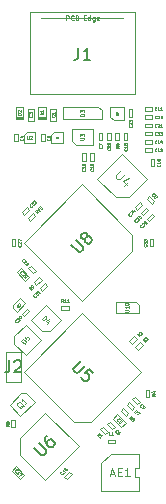
<source format=gbr>
G04 #@! TF.GenerationSoftware,KiCad,Pcbnew,5.1.9-1.fc33*
G04 #@! TF.CreationDate,2020-12-31T00:18:28+01:00*
G04 #@! TF.ProjectId,reDIP-sx,72654449-502d-4737-982e-6b696361645f,0.1*
G04 #@! TF.SameCoordinates,PX5e28010PY8011a50*
G04 #@! TF.FileFunction,Other,Fab,Top*
%FSLAX46Y46*%
G04 Gerber Fmt 4.6, Leading zero omitted, Abs format (unit mm)*
G04 Created by KiCad (PCBNEW 5.1.9-1.fc33) date 2020-12-31 00:18:28*
%MOMM*%
%LPD*%
G01*
G04 APERTURE LIST*
%ADD10C,0.100000*%
%ADD11C,0.150000*%
%ADD12C,0.040000*%
%ADD13C,0.030000*%
%ADD14C,0.060000*%
%ADD15C,0.110000*%
%ADD16C,0.075000*%
G04 APERTURE END LIST*
D10*
X12360000Y40640000D02*
X5420000Y40640000D01*
X13360000Y34240000D02*
X4420000Y34240000D01*
X4420000Y41140000D02*
X4420000Y34240000D01*
X13360000Y41140000D02*
X13360000Y34240000D01*
X13360000Y41140000D02*
X4420000Y41140000D01*
X3920000Y30770000D02*
X4170000Y31020000D01*
X4920000Y31020000D02*
X4170000Y31020000D01*
X4920000Y30020000D02*
X4920000Y31020000D01*
X3920000Y30020000D02*
X4920000Y30020000D01*
X3920000Y30770000D02*
X3920000Y30020000D01*
X6230000Y30770000D02*
X6480000Y31020000D01*
X7230000Y31020000D02*
X6480000Y31020000D01*
X7230000Y30020000D02*
X7230000Y31020000D01*
X6230000Y30020000D02*
X7230000Y30020000D01*
X6230000Y30770000D02*
X6230000Y30020000D01*
X2410000Y12360000D02*
X3670000Y12360000D01*
X3670000Y12360000D02*
X3670000Y9820000D01*
X3670000Y9820000D02*
X2410000Y9820000D01*
X2410000Y9820000D02*
X2410000Y12360000D01*
X13385000Y1755000D02*
X13685000Y1755000D01*
X13385000Y2555000D02*
X13685000Y2555000D01*
X13385000Y2555000D02*
X13385000Y1755000D01*
X13685000Y3755000D02*
X11285000Y3755000D01*
X13685000Y2555000D02*
X13685000Y3755000D01*
X10485000Y555000D02*
X10485000Y2955000D01*
X10485000Y555000D02*
X13685000Y555000D01*
X13685000Y555000D02*
X13685000Y1755000D01*
X10485000Y2955000D02*
X11285000Y3745000D01*
X11695000Y16620000D02*
X11695000Y15620000D01*
X13645000Y15620000D02*
X11695000Y15620000D01*
X13395000Y16620000D02*
X11695000Y16620000D01*
X13645000Y16370000D02*
X13645000Y15620000D01*
X13645000Y16370000D02*
X13395000Y16620000D01*
X13132641Y22297107D02*
X13132641Y20882893D01*
X8890000Y26539747D02*
X13132641Y22297107D01*
X3940253Y21590000D02*
X8890000Y26539747D01*
X8890000Y16640253D02*
X3940253Y21590000D01*
X13132641Y20882893D02*
X8890000Y16640253D01*
X11550000Y31960000D02*
X11260000Y32250000D01*
X11260000Y32250000D02*
X11260000Y33120000D01*
X12420000Y31960000D02*
X12420000Y33120000D01*
X12420000Y31960000D02*
X11550000Y31960000D01*
X12420000Y33120000D02*
X11260000Y33120000D01*
X5420000Y30780000D02*
X5720000Y30780000D01*
X5720000Y30780000D02*
X5720000Y30180000D01*
X5720000Y30180000D02*
X5420000Y30180000D01*
X5420000Y30180000D02*
X5420000Y30780000D01*
X3120000Y30780000D02*
X3420000Y30780000D01*
X3420000Y30780000D02*
X3420000Y30180000D01*
X3420000Y30180000D02*
X3120000Y30180000D01*
X3120000Y30180000D02*
X3120000Y30780000D01*
X11749670Y25449010D02*
X10158680Y27040000D01*
X10158680Y27040000D02*
X12280000Y29161320D01*
X12280000Y29161320D02*
X14401320Y27040000D01*
X14401320Y27040000D02*
X12810330Y25449010D01*
X12810330Y25449010D02*
X11749670Y25449010D01*
X11630000Y4610000D02*
X11030000Y4610000D01*
X11630000Y4910000D02*
X11630000Y4610000D01*
X11030000Y4910000D02*
X11630000Y4910000D01*
X11030000Y4610000D02*
X11030000Y4910000D01*
X3704176Y8855497D02*
X4156725Y8855497D01*
X4849689Y8162532D02*
X4156725Y8855497D01*
X3704176Y8855497D02*
X2728369Y7879690D01*
X4849689Y8162532D02*
X3647608Y6960451D01*
X3647608Y6960451D02*
X2728369Y7879690D01*
X3850000Y32260000D02*
X3250000Y32260000D01*
X3850000Y32160000D02*
X3250000Y32160000D01*
X3850000Y33060000D02*
X3850000Y32060000D01*
X3250000Y33060000D02*
X3850000Y33060000D01*
X3250000Y32060000D02*
X3250000Y33060000D01*
X3850000Y32060000D02*
X3250000Y32060000D01*
X5770000Y32260000D02*
X5170000Y32260000D01*
X5770000Y32160000D02*
X5170000Y32160000D01*
X5770000Y33060000D02*
X5770000Y32060000D01*
X5170000Y33060000D02*
X5770000Y33060000D01*
X5170000Y32060000D02*
X5170000Y33060000D01*
X5770000Y32060000D02*
X5170000Y32060000D01*
X7980000Y31271500D02*
X7980000Y30221500D01*
X9780000Y31271500D02*
X7980000Y31271500D01*
X9780000Y29871500D02*
X9780000Y31271500D01*
X8330000Y29871500D02*
X9780000Y29871500D01*
X7980000Y30221500D02*
X8330000Y29871500D01*
X10240000Y33090000D02*
X10540000Y32840000D01*
X10540000Y32840000D02*
X10540000Y32090000D01*
X10540000Y32090000D02*
X7240000Y32090000D01*
X7240000Y32090000D02*
X7240000Y33090000D01*
X7240000Y33090000D02*
X10240000Y33090000D01*
X8860000Y29170000D02*
X9160000Y29170000D01*
X9160000Y29170000D02*
X9160000Y28570000D01*
X9160000Y28570000D02*
X8860000Y28570000D01*
X8860000Y28570000D02*
X8860000Y29170000D01*
X11018198Y5603934D02*
X10806066Y5391802D01*
X10806066Y5391802D02*
X10381802Y5816066D01*
X10381802Y5816066D02*
X10593934Y6028198D01*
X10593934Y6028198D02*
X11018198Y5603934D01*
X5792183Y16352792D02*
X4519391Y15080000D01*
X7064975Y15080000D02*
X5792183Y16352792D01*
X7064975Y15080000D02*
X6110381Y14125406D01*
X5473985Y14125406D02*
X6110381Y14125406D01*
X4519391Y15080000D02*
X5473985Y14125406D01*
X5354975Y13380000D02*
X4082183Y14652792D01*
X4082183Y12107208D02*
X5354975Y13380000D01*
X4082183Y12107208D02*
X3127589Y13061802D01*
X3127589Y13698198D02*
X3127589Y13061802D01*
X4082183Y14652792D02*
X3127589Y13698198D01*
X3044107Y16322513D02*
X3623934Y16902341D01*
X3623934Y16902341D02*
X4062341Y16463934D01*
X4062341Y16463934D02*
X3341092Y15742685D01*
X3341092Y15742685D02*
X3044107Y16039670D01*
X3044107Y16322513D02*
X3044107Y16039670D01*
X8182893Y6447359D02*
X3940253Y10690000D01*
X3940253Y10690000D02*
X8890000Y15639747D01*
X8890000Y15639747D02*
X13839747Y10690000D01*
X13839747Y10690000D02*
X9597107Y6447359D01*
X9597107Y6447359D02*
X8182893Y6447359D01*
X7550208Y1588076D02*
X7338076Y1800208D01*
X7338076Y1800208D02*
X7762340Y2224472D01*
X7762340Y2224472D02*
X7974472Y2012340D01*
X7974472Y2012340D02*
X7550208Y1588076D01*
X3618680Y5067107D02*
X5740000Y7188427D01*
X5740000Y7188427D02*
X8568427Y4360000D01*
X8568427Y4360000D02*
X5740000Y1531573D01*
X5740000Y1531573D02*
X3618680Y3652893D01*
X3618680Y3652893D02*
X3618680Y5067107D01*
X10580000Y30270000D02*
X10280000Y30270000D01*
X10280000Y30270000D02*
X10280000Y30870000D01*
X10280000Y30870000D02*
X10580000Y30870000D01*
X10580000Y30870000D02*
X10580000Y30270000D01*
X14170000Y30690000D02*
X14170000Y30990000D01*
X14170000Y30990000D02*
X14770000Y30990000D01*
X14770000Y30990000D02*
X14770000Y30690000D01*
X14770000Y30690000D02*
X14170000Y30690000D01*
X7120000Y15940000D02*
X7120000Y16240000D01*
X7120000Y16240000D02*
X7720000Y16240000D01*
X7720000Y16240000D02*
X7720000Y15940000D01*
X7720000Y15940000D02*
X7120000Y15940000D01*
X4682340Y24114472D02*
X4894472Y23902340D01*
X4894472Y23902340D02*
X4470208Y23478076D01*
X4470208Y23478076D02*
X4258076Y23690208D01*
X4258076Y23690208D02*
X4682340Y24114472D01*
X6680000Y31950000D02*
X6180000Y31950000D01*
X6180000Y31950000D02*
X6180000Y32950000D01*
X6180000Y32950000D02*
X6680000Y32950000D01*
X6680000Y32950000D02*
X6680000Y31950000D01*
X4760000Y31950000D02*
X4260000Y31950000D01*
X4260000Y31950000D02*
X4260000Y32950000D01*
X4260000Y32950000D02*
X4760000Y32950000D01*
X4760000Y32950000D02*
X4760000Y31950000D01*
X14770000Y30290000D02*
X14770000Y29990000D01*
X14770000Y29990000D02*
X14170000Y29990000D01*
X14170000Y29990000D02*
X14170000Y30290000D01*
X14170000Y30290000D02*
X14770000Y30290000D01*
X14770000Y29590000D02*
X14770000Y29290000D01*
X14770000Y29290000D02*
X14170000Y29290000D01*
X14170000Y29290000D02*
X14170000Y29590000D01*
X14170000Y29590000D02*
X14770000Y29590000D01*
X4192114Y16034246D02*
X4404246Y15822114D01*
X4404246Y15822114D02*
X3979982Y15397850D01*
X3979982Y15397850D02*
X3767850Y15609982D01*
X3767850Y15609982D02*
X4192114Y16034246D01*
X13120000Y32290000D02*
X12820000Y32290000D01*
X12820000Y32290000D02*
X12820000Y32890000D01*
X12820000Y32890000D02*
X13120000Y32890000D01*
X13120000Y32890000D02*
X13120000Y32290000D01*
X9560000Y29170000D02*
X9860000Y29170000D01*
X9860000Y29170000D02*
X9860000Y28570000D01*
X9860000Y28570000D02*
X9560000Y28570000D01*
X9560000Y28570000D02*
X9560000Y29170000D01*
X5216066Y18678198D02*
X5428198Y18466066D01*
X5428198Y18466066D02*
X5003934Y18041802D01*
X5003934Y18041802D02*
X4791802Y18253934D01*
X4791802Y18253934D02*
X5216066Y18678198D01*
X12764472Y7157660D02*
X12552340Y6945528D01*
X12552340Y6945528D02*
X12128076Y7369792D01*
X12128076Y7369792D02*
X12340208Y7581924D01*
X12340208Y7581924D02*
X12764472Y7157660D01*
X13264472Y7657660D02*
X13052340Y7445528D01*
X13052340Y7445528D02*
X12628076Y7869792D01*
X12628076Y7869792D02*
X12840208Y8081924D01*
X12840208Y8081924D02*
X13264472Y7657660D01*
X3180000Y5965000D02*
X2880000Y5965000D01*
X2880000Y5965000D02*
X2880000Y6565000D01*
X2880000Y6565000D02*
X3180000Y6565000D01*
X3180000Y6565000D02*
X3180000Y5965000D01*
X11990000Y30270000D02*
X11690000Y30270000D01*
X11690000Y30270000D02*
X11690000Y30870000D01*
X11690000Y30870000D02*
X11990000Y30870000D01*
X11990000Y30870000D02*
X11990000Y30270000D01*
X13570208Y12558076D02*
X13358076Y12770208D01*
X13358076Y12770208D02*
X13782340Y13194472D01*
X13782340Y13194472D02*
X13994472Y12982340D01*
X13994472Y12982340D02*
X13570208Y12558076D01*
X13070208Y13058076D02*
X12858076Y13270208D01*
X12858076Y13270208D02*
X13282340Y13694472D01*
X13282340Y13694472D02*
X13494472Y13482340D01*
X13494472Y13482340D02*
X13070208Y13058076D01*
X14250000Y9160000D02*
X14550000Y9160000D01*
X14550000Y9160000D02*
X14550000Y8560000D01*
X14550000Y8560000D02*
X14250000Y8560000D01*
X14250000Y8560000D02*
X14250000Y9160000D01*
X14890000Y21290000D02*
X14590000Y21290000D01*
X14590000Y21290000D02*
X14590000Y21890000D01*
X14590000Y21890000D02*
X14890000Y21890000D01*
X14890000Y21890000D02*
X14890000Y21290000D01*
X3967886Y23985754D02*
X3755754Y24197886D01*
X3755754Y24197886D02*
X4180018Y24622150D01*
X4180018Y24622150D02*
X4392150Y24410018D01*
X4392150Y24410018D02*
X3967886Y23985754D01*
X5706066Y18178198D02*
X5918198Y17966066D01*
X5918198Y17966066D02*
X5493934Y17541802D01*
X5493934Y17541802D02*
X5281802Y17753934D01*
X5281802Y17753934D02*
X5706066Y18178198D01*
X4410330Y18743223D02*
X4056777Y18389670D01*
X4056777Y18389670D02*
X3349670Y19096777D01*
X3349670Y19096777D02*
X3703223Y19450330D01*
X3703223Y19450330D02*
X4410330Y18743223D01*
X4928198Y19243934D02*
X4716066Y19031802D01*
X4716066Y19031802D02*
X4291802Y19456066D01*
X4291802Y19456066D02*
X4503934Y19668198D01*
X4503934Y19668198D02*
X4928198Y19243934D01*
X14533934Y23421802D02*
X14321802Y23633934D01*
X14321802Y23633934D02*
X14746066Y24058198D01*
X14746066Y24058198D02*
X14958198Y23846066D01*
X14958198Y23846066D02*
X14533934Y23421802D01*
X14033934Y23921802D02*
X13821802Y24133934D01*
X13821802Y24133934D02*
X14246066Y24558198D01*
X14246066Y24558198D02*
X14458198Y24346066D01*
X14458198Y24346066D02*
X14033934Y23921802D01*
X13540208Y24418076D02*
X13328076Y24630208D01*
X13328076Y24630208D02*
X13752340Y25054472D01*
X13752340Y25054472D02*
X13964472Y24842340D01*
X13964472Y24842340D02*
X13540208Y24418076D01*
X14990000Y28090000D02*
X14690000Y28090000D01*
X14690000Y28090000D02*
X14690000Y28690000D01*
X14690000Y28690000D02*
X14990000Y28690000D01*
X14990000Y28690000D02*
X14990000Y28090000D01*
X11280000Y30270000D02*
X10980000Y30270000D01*
X10980000Y30270000D02*
X10980000Y30870000D01*
X10980000Y30870000D02*
X11280000Y30870000D01*
X11280000Y30870000D02*
X11280000Y30270000D01*
X14770000Y31690000D02*
X14770000Y31390000D01*
X14770000Y31390000D02*
X14170000Y31390000D01*
X14170000Y31390000D02*
X14170000Y31690000D01*
X14170000Y31690000D02*
X14770000Y31690000D01*
X3967383Y1956170D02*
X3613830Y1602617D01*
X3613830Y1602617D02*
X2906723Y2309724D01*
X2906723Y2309724D02*
X3260276Y2663277D01*
X3260276Y2663277D02*
X3967383Y1956170D01*
X14160000Y32390000D02*
X14760000Y32390000D01*
X14160000Y32090000D02*
X14160000Y32390000D01*
X14760000Y32090000D02*
X14160000Y32090000D01*
X14760000Y32390000D02*
X14760000Y32090000D01*
X12700000Y30270000D02*
X12400000Y30270000D01*
X12400000Y30270000D02*
X12400000Y30870000D01*
X12400000Y30870000D02*
X12700000Y30870000D01*
X12700000Y30870000D02*
X12700000Y30270000D01*
X14770000Y32790000D02*
X14170000Y32790000D01*
X14770000Y33090000D02*
X14770000Y32790000D01*
X14170000Y33090000D02*
X14770000Y33090000D01*
X14170000Y32790000D02*
X14170000Y33090000D01*
X14321802Y25336066D02*
X14533934Y25548198D01*
X14533934Y25548198D02*
X14958198Y25123934D01*
X14958198Y25123934D02*
X14746066Y24911802D01*
X14746066Y24911802D02*
X14321802Y25336066D01*
X13125528Y8362340D02*
X13337660Y8574472D01*
X13337660Y8574472D02*
X13761924Y8150208D01*
X13761924Y8150208D02*
X13549792Y7938076D01*
X13549792Y7938076D02*
X13125528Y8362340D01*
X10975528Y6222340D02*
X11187660Y6434472D01*
X11187660Y6434472D02*
X11611924Y6010208D01*
X11611924Y6010208D02*
X11399792Y5798076D01*
X11399792Y5798076D02*
X10975528Y6222340D01*
X12196188Y6010259D02*
X11489081Y6717366D01*
X12549741Y6363812D02*
X12196188Y6010259D01*
X11842634Y7070919D02*
X12549741Y6363812D01*
X11489081Y6717366D02*
X11842634Y7070919D01*
X2900000Y21890000D02*
X3200000Y21890000D01*
X3200000Y21890000D02*
X3200000Y21290000D01*
X3200000Y21290000D02*
X2900000Y21290000D01*
X2900000Y21290000D02*
X2900000Y21890000D01*
D11*
X8556666Y38087620D02*
X8556666Y37373334D01*
X8509047Y37230477D01*
X8413809Y37135239D01*
X8270952Y37087620D01*
X8175714Y37087620D01*
X9556666Y37087620D02*
X8985238Y37087620D01*
X9270952Y37087620D02*
X9270952Y38087620D01*
X9175714Y37944762D01*
X9080476Y37849524D01*
X8985238Y37801905D01*
D12*
X7518571Y40459048D02*
X7518571Y40859048D01*
X7670952Y40859048D01*
X7709047Y40840000D01*
X7728095Y40820953D01*
X7747142Y40782858D01*
X7747142Y40725715D01*
X7728095Y40687620D01*
X7709047Y40668572D01*
X7670952Y40649524D01*
X7518571Y40649524D01*
X8147142Y40497143D02*
X8128095Y40478096D01*
X8070952Y40459048D01*
X8032857Y40459048D01*
X7975714Y40478096D01*
X7937619Y40516191D01*
X7918571Y40554286D01*
X7899523Y40630477D01*
X7899523Y40687620D01*
X7918571Y40763810D01*
X7937619Y40801905D01*
X7975714Y40840000D01*
X8032857Y40859048D01*
X8070952Y40859048D01*
X8128095Y40840000D01*
X8147142Y40820953D01*
X8451904Y40668572D02*
X8509047Y40649524D01*
X8528095Y40630477D01*
X8547142Y40592381D01*
X8547142Y40535239D01*
X8528095Y40497143D01*
X8509047Y40478096D01*
X8470952Y40459048D01*
X8318571Y40459048D01*
X8318571Y40859048D01*
X8451904Y40859048D01*
X8490000Y40840000D01*
X8509047Y40820953D01*
X8528095Y40782858D01*
X8528095Y40744762D01*
X8509047Y40706667D01*
X8490000Y40687620D01*
X8451904Y40668572D01*
X8318571Y40668572D01*
X9023333Y40668572D02*
X9156666Y40668572D01*
X9213809Y40459048D02*
X9023333Y40459048D01*
X9023333Y40859048D01*
X9213809Y40859048D01*
X9556666Y40459048D02*
X9556666Y40859048D01*
X9556666Y40478096D02*
X9518571Y40459048D01*
X9442380Y40459048D01*
X9404285Y40478096D01*
X9385238Y40497143D01*
X9366190Y40535239D01*
X9366190Y40649524D01*
X9385238Y40687620D01*
X9404285Y40706667D01*
X9442380Y40725715D01*
X9518571Y40725715D01*
X9556666Y40706667D01*
X9918571Y40725715D02*
X9918571Y40401905D01*
X9899523Y40363810D01*
X9880476Y40344762D01*
X9842380Y40325715D01*
X9785238Y40325715D01*
X9747142Y40344762D01*
X9918571Y40478096D02*
X9880476Y40459048D01*
X9804285Y40459048D01*
X9766190Y40478096D01*
X9747142Y40497143D01*
X9728095Y40535239D01*
X9728095Y40649524D01*
X9747142Y40687620D01*
X9766190Y40706667D01*
X9804285Y40725715D01*
X9880476Y40725715D01*
X9918571Y40706667D01*
X10261428Y40478096D02*
X10223333Y40459048D01*
X10147142Y40459048D01*
X10109047Y40478096D01*
X10090000Y40516191D01*
X10090000Y40668572D01*
X10109047Y40706667D01*
X10147142Y40725715D01*
X10223333Y40725715D01*
X10261428Y40706667D01*
X10280476Y40668572D01*
X10280476Y40630477D01*
X10090000Y40592381D01*
X4229523Y30656905D02*
X4229523Y30454524D01*
X4241428Y30430715D01*
X4253333Y30418810D01*
X4277142Y30406905D01*
X4324761Y30406905D01*
X4348571Y30418810D01*
X4360476Y30430715D01*
X4372380Y30454524D01*
X4372380Y30656905D01*
X4479523Y30633096D02*
X4491428Y30645000D01*
X4515238Y30656905D01*
X4574761Y30656905D01*
X4598571Y30645000D01*
X4610476Y30633096D01*
X4622380Y30609286D01*
X4622380Y30585477D01*
X4610476Y30549762D01*
X4467619Y30406905D01*
X4622380Y30406905D01*
D13*
X6615714Y30602143D02*
X6615714Y30480715D01*
X6622857Y30466429D01*
X6630000Y30459286D01*
X6644285Y30452143D01*
X6672857Y30452143D01*
X6687142Y30459286D01*
X6694285Y30466429D01*
X6701428Y30480715D01*
X6701428Y30602143D01*
X6851428Y30452143D02*
X6765714Y30452143D01*
X6808571Y30452143D02*
X6808571Y30602143D01*
X6794285Y30580715D01*
X6780000Y30566429D01*
X6765714Y30559286D01*
D11*
X2706666Y11637620D02*
X2706666Y10923334D01*
X2659047Y10780477D01*
X2563809Y10685239D01*
X2420952Y10637620D01*
X2325714Y10637620D01*
X3135238Y11542381D02*
X3182857Y11590000D01*
X3278095Y11637620D01*
X3516190Y11637620D01*
X3611428Y11590000D01*
X3659047Y11542381D01*
X3706666Y11447143D01*
X3706666Y11351905D01*
X3659047Y11209048D01*
X3087619Y10637620D01*
X3706666Y10637620D01*
D10*
X11268333Y2038334D02*
X11601666Y2038334D01*
X11201666Y1838334D02*
X11435000Y2538334D01*
X11668333Y1838334D01*
X11901666Y2205000D02*
X12135000Y2205000D01*
X12235000Y1838334D02*
X11901666Y1838334D01*
X11901666Y2538334D01*
X12235000Y2538334D01*
X12901666Y1838334D02*
X12501666Y1838334D01*
X12701666Y1838334D02*
X12701666Y2538334D01*
X12635000Y2438334D01*
X12568333Y2371667D01*
X12501666Y2338334D01*
D14*
X12505714Y15748572D02*
X12748571Y15748572D01*
X12777142Y15762858D01*
X12791428Y15777143D01*
X12805714Y15805715D01*
X12805714Y15862858D01*
X12791428Y15891429D01*
X12777142Y15905715D01*
X12748571Y15920000D01*
X12505714Y15920000D01*
X12805714Y16220000D02*
X12805714Y16048572D01*
X12805714Y16134286D02*
X12505714Y16134286D01*
X12548571Y16105715D01*
X12577142Y16077143D01*
X12591428Y16048572D01*
X12505714Y16405715D02*
X12505714Y16434286D01*
X12520000Y16462858D01*
X12534285Y16477143D01*
X12562857Y16491429D01*
X12620000Y16505715D01*
X12691428Y16505715D01*
X12748571Y16491429D01*
X12777142Y16477143D01*
X12791428Y16462858D01*
X12805714Y16434286D01*
X12805714Y16405715D01*
X12791428Y16377143D01*
X12777142Y16362858D01*
X12748571Y16348572D01*
X12691428Y16334286D01*
X12620000Y16334286D01*
X12562857Y16348572D01*
X12534285Y16362858D01*
X12520000Y16377143D01*
X12505714Y16405715D01*
D11*
X7964026Y21438478D02*
X8536446Y20866058D01*
X8637461Y20832386D01*
X8704805Y20832386D01*
X8805820Y20866058D01*
X8940507Y21000745D01*
X8974179Y21101760D01*
X8974179Y21169104D01*
X8940507Y21270119D01*
X8368087Y21842539D01*
X9108866Y21977226D02*
X9007851Y21943554D01*
X8940507Y21943554D01*
X8839492Y21977226D01*
X8805820Y22010897D01*
X8772148Y22111913D01*
X8772148Y22179256D01*
X8805820Y22280271D01*
X8940507Y22414958D01*
X9041522Y22448630D01*
X9108866Y22448630D01*
X9209881Y22414958D01*
X9243553Y22381287D01*
X9277225Y22280271D01*
X9277225Y22212928D01*
X9243553Y22111913D01*
X9108866Y21977226D01*
X9075194Y21876210D01*
X9075194Y21808867D01*
X9108866Y21707852D01*
X9243553Y21573165D01*
X9344568Y21539493D01*
X9411912Y21539493D01*
X9512927Y21573165D01*
X9647614Y21707852D01*
X9681286Y21808867D01*
X9681286Y21876210D01*
X9647614Y21977226D01*
X9512927Y22111913D01*
X9411912Y22145584D01*
X9344568Y22145584D01*
X9243553Y22111913D01*
D12*
X11730476Y32387620D02*
X11892380Y32387620D01*
X11911428Y32397143D01*
X11920952Y32406667D01*
X11930476Y32425715D01*
X11930476Y32463810D01*
X11920952Y32482858D01*
X11911428Y32492381D01*
X11892380Y32501905D01*
X11730476Y32501905D01*
X11730476Y32578096D02*
X11730476Y32711429D01*
X11930476Y32625715D01*
X6139285Y30438334D02*
X6151190Y30426429D01*
X6163095Y30390715D01*
X6163095Y30366905D01*
X6151190Y30331191D01*
X6127380Y30307381D01*
X6103571Y30295477D01*
X6055952Y30283572D01*
X6020238Y30283572D01*
X5972619Y30295477D01*
X5948809Y30307381D01*
X5925000Y30331191D01*
X5913095Y30366905D01*
X5913095Y30390715D01*
X5925000Y30426429D01*
X5936904Y30438334D01*
X5936904Y30533572D02*
X5925000Y30545477D01*
X5913095Y30569286D01*
X5913095Y30628810D01*
X5925000Y30652620D01*
X5936904Y30664524D01*
X5960714Y30676429D01*
X5984523Y30676429D01*
X6020238Y30664524D01*
X6163095Y30521667D01*
X6163095Y30676429D01*
X3839285Y30428334D02*
X3851190Y30416429D01*
X3863095Y30380715D01*
X3863095Y30356905D01*
X3851190Y30321191D01*
X3827380Y30297381D01*
X3803571Y30285477D01*
X3755952Y30273572D01*
X3720238Y30273572D01*
X3672619Y30285477D01*
X3648809Y30297381D01*
X3625000Y30321191D01*
X3613095Y30356905D01*
X3613095Y30380715D01*
X3625000Y30416429D01*
X3636904Y30428334D01*
X3696428Y30642620D02*
X3863095Y30642620D01*
X3601190Y30583096D02*
X3779761Y30523572D01*
X3779761Y30678334D01*
D15*
X12166357Y27734480D02*
X11737043Y27305166D01*
X11711789Y27229404D01*
X11711789Y27178896D01*
X11737043Y27103135D01*
X11838058Y27002120D01*
X11913819Y26976866D01*
X11964327Y26976866D01*
X12040088Y27002120D01*
X12469403Y27431435D01*
X12772449Y26774835D02*
X12418895Y26421282D01*
X12848210Y27103135D02*
X12343134Y26850597D01*
X12671434Y26522297D01*
D12*
X11288333Y5326905D02*
X11169285Y5326905D01*
X11169285Y5576905D01*
X11502619Y5326905D02*
X11359761Y5326905D01*
X11431190Y5326905D02*
X11431190Y5576905D01*
X11407380Y5541191D01*
X11383571Y5517381D01*
X11359761Y5505477D01*
D16*
X3948969Y7793827D02*
X3898462Y7776991D01*
X3831118Y7776991D01*
X3730103Y7776991D01*
X3679595Y7760155D01*
X3645924Y7726484D01*
X3746939Y7659140D02*
X3696431Y7642304D01*
X3629088Y7642304D01*
X3544908Y7692812D01*
X3427057Y7810663D01*
X3376550Y7894842D01*
X3376550Y7962186D01*
X3393385Y8012694D01*
X3460729Y8080037D01*
X3511237Y8096873D01*
X3578580Y8096873D01*
X3662759Y8046365D01*
X3780611Y7928514D01*
X3831118Y7844335D01*
X3831118Y7776991D01*
X3814282Y7726484D01*
X3746939Y7659140D01*
X4235179Y8147381D02*
X4033149Y7945350D01*
X4134164Y8046365D02*
X3780611Y8399919D01*
X3797446Y8315739D01*
X3797446Y8248396D01*
X3780611Y8197888D01*
D12*
X3663095Y32445477D02*
X3413095Y32445477D01*
X3413095Y32505000D01*
X3425000Y32540715D01*
X3448809Y32564524D01*
X3472619Y32576429D01*
X3520238Y32588334D01*
X3555952Y32588334D01*
X3603571Y32576429D01*
X3627380Y32564524D01*
X3651190Y32540715D01*
X3663095Y32505000D01*
X3663095Y32445477D01*
X3436904Y32683572D02*
X3425000Y32695477D01*
X3413095Y32719286D01*
X3413095Y32778810D01*
X3425000Y32802620D01*
X3436904Y32814524D01*
X3460714Y32826429D01*
X3484523Y32826429D01*
X3520238Y32814524D01*
X3663095Y32671667D01*
X3663095Y32826429D01*
X5583095Y32465477D02*
X5333095Y32465477D01*
X5333095Y32525000D01*
X5345000Y32560715D01*
X5368809Y32584524D01*
X5392619Y32596429D01*
X5440238Y32608334D01*
X5475952Y32608334D01*
X5523571Y32596429D01*
X5547380Y32584524D01*
X5571190Y32560715D01*
X5583095Y32525000D01*
X5583095Y32465477D01*
X5583095Y32846429D02*
X5583095Y32703572D01*
X5583095Y32775000D02*
X5333095Y32775000D01*
X5368809Y32751191D01*
X5392619Y32727381D01*
X5404523Y32703572D01*
D14*
X8715714Y30342929D02*
X8958571Y30342929D01*
X8987142Y30357215D01*
X9001428Y30371500D01*
X9015714Y30400072D01*
X9015714Y30457215D01*
X9001428Y30485786D01*
X8987142Y30500072D01*
X8958571Y30514358D01*
X8715714Y30514358D01*
X8715714Y30628643D02*
X8715714Y30814358D01*
X8830000Y30714358D01*
X8830000Y30757215D01*
X8844285Y30785786D01*
X8858571Y30800072D01*
X8887142Y30814358D01*
X8958571Y30814358D01*
X8987142Y30800072D01*
X9001428Y30785786D01*
X9015714Y30757215D01*
X9015714Y30671500D01*
X9001428Y30642929D01*
X8987142Y30628643D01*
X9025714Y32368572D02*
X8725714Y32368572D01*
X8725714Y32440000D01*
X8740000Y32482858D01*
X8768571Y32511429D01*
X8797142Y32525715D01*
X8854285Y32540000D01*
X8897142Y32540000D01*
X8954285Y32525715D01*
X8982857Y32511429D01*
X9011428Y32482858D01*
X9025714Y32440000D01*
X9025714Y32368572D01*
X8725714Y32640000D02*
X8725714Y32825715D01*
X8840000Y32725715D01*
X8840000Y32768572D01*
X8854285Y32797143D01*
X8868571Y32811429D01*
X8897142Y32825715D01*
X8968571Y32825715D01*
X8997142Y32811429D01*
X9011428Y32797143D01*
X9025714Y32768572D01*
X9025714Y32682858D01*
X9011428Y32654286D01*
X8997142Y32640000D01*
D12*
X9089285Y27829286D02*
X9101190Y27817381D01*
X9113095Y27781667D01*
X9113095Y27757858D01*
X9101190Y27722143D01*
X9077380Y27698334D01*
X9053571Y27686429D01*
X9005952Y27674524D01*
X8970238Y27674524D01*
X8922619Y27686429D01*
X8898809Y27698334D01*
X8875000Y27722143D01*
X8863095Y27757858D01*
X8863095Y27781667D01*
X8875000Y27817381D01*
X8886904Y27829286D01*
X9113095Y28067381D02*
X9113095Y27924524D01*
X9113095Y27995953D02*
X8863095Y27995953D01*
X8898809Y27972143D01*
X8922619Y27948334D01*
X8934523Y27924524D01*
X8970238Y28210239D02*
X8958333Y28186429D01*
X8946428Y28174524D01*
X8922619Y28162620D01*
X8910714Y28162620D01*
X8886904Y28174524D01*
X8875000Y28186429D01*
X8863095Y28210239D01*
X8863095Y28257858D01*
X8875000Y28281667D01*
X8886904Y28293572D01*
X8910714Y28305477D01*
X8922619Y28305477D01*
X8946428Y28293572D01*
X8958333Y28281667D01*
X8970238Y28257858D01*
X8970238Y28210239D01*
X8982142Y28186429D01*
X8994047Y28174524D01*
X9017857Y28162620D01*
X9065476Y28162620D01*
X9089285Y28174524D01*
X9101190Y28186429D01*
X9113095Y28210239D01*
X9113095Y28257858D01*
X9101190Y28281667D01*
X9089285Y28293572D01*
X9065476Y28305477D01*
X9017857Y28305477D01*
X8994047Y28293572D01*
X8982142Y28281667D01*
X8970238Y28257858D01*
X10230566Y5239493D02*
X10255820Y5382598D01*
X10129551Y5340508D02*
X10306328Y5517285D01*
X10373671Y5449941D01*
X10382089Y5424688D01*
X10382089Y5407852D01*
X10373671Y5382598D01*
X10348417Y5357344D01*
X10323164Y5348926D01*
X10306328Y5348926D01*
X10281074Y5357344D01*
X10213730Y5424688D01*
X10398925Y5071134D02*
X10297910Y5172149D01*
X10348417Y5121642D02*
X10525194Y5298418D01*
X10483104Y5290000D01*
X10449433Y5290000D01*
X10424179Y5298418D01*
D10*
X5455465Y15160813D02*
X5738308Y15443655D01*
X5805651Y15376312D01*
X5832589Y15322437D01*
X5832589Y15268562D01*
X5819120Y15228156D01*
X5778714Y15160813D01*
X5738308Y15120407D01*
X5670964Y15080000D01*
X5630558Y15066532D01*
X5576683Y15066532D01*
X5522808Y15093469D01*
X5455465Y15160813D01*
X6048088Y14945313D02*
X5859526Y14756752D01*
X6088494Y15120407D02*
X5819120Y14985720D01*
X5994213Y14810626D01*
X4001370Y13043283D02*
X3718528Y13326126D01*
X3785871Y13393469D01*
X3839746Y13420407D01*
X3893621Y13420407D01*
X3934027Y13406938D01*
X4001370Y13366532D01*
X4041776Y13326126D01*
X4082183Y13258782D01*
X4095651Y13218376D01*
X4095651Y13164501D01*
X4068714Y13110626D01*
X4001370Y13043283D01*
X4136057Y13743655D02*
X4001370Y13608968D01*
X4122589Y13460813D01*
X4122589Y13487750D01*
X4136057Y13528156D01*
X4203401Y13595500D01*
X4243807Y13608968D01*
X4270744Y13608968D01*
X4311150Y13595500D01*
X4378494Y13528156D01*
X4391963Y13487750D01*
X4391963Y13460813D01*
X4378494Y13420407D01*
X4311150Y13353063D01*
X4270744Y13339594D01*
X4243807Y13339594D01*
D13*
X3546489Y16231600D02*
X3526286Y16224865D01*
X3499348Y16224865D01*
X3458942Y16224865D01*
X3438739Y16218131D01*
X3425271Y16204662D01*
X3465677Y16177725D02*
X3445474Y16170991D01*
X3418536Y16170991D01*
X3384864Y16191194D01*
X3337724Y16238334D01*
X3317521Y16272006D01*
X3317521Y16298943D01*
X3324255Y16319146D01*
X3351193Y16346084D01*
X3371396Y16352818D01*
X3398333Y16352818D01*
X3432005Y16332615D01*
X3479145Y16285475D01*
X3499348Y16251803D01*
X3499348Y16224865D01*
X3492614Y16204662D01*
X3465677Y16177725D01*
X3452208Y16420162D02*
X3452208Y16433630D01*
X3458942Y16453833D01*
X3492614Y16487505D01*
X3512817Y16494239D01*
X3526286Y16494239D01*
X3546489Y16487505D01*
X3559958Y16474036D01*
X3573426Y16447099D01*
X3573426Y16285475D01*
X3660973Y16373021D01*
D11*
X8738477Y11615974D02*
X8166057Y11043554D01*
X8132385Y10942539D01*
X8132385Y10875195D01*
X8166057Y10774180D01*
X8300744Y10639493D01*
X8401759Y10605821D01*
X8469103Y10605821D01*
X8570118Y10639493D01*
X9142538Y11211913D01*
X9815973Y10538478D02*
X9479255Y10875195D01*
X9108866Y10572149D01*
X9176209Y10572149D01*
X9277225Y10538478D01*
X9445583Y10370119D01*
X9479255Y10269104D01*
X9479255Y10201760D01*
X9445583Y10100745D01*
X9277225Y9932386D01*
X9176209Y9898714D01*
X9108866Y9898714D01*
X9007851Y9932386D01*
X8839492Y10100745D01*
X8805820Y10201760D01*
X8805820Y10269104D01*
D12*
X7249492Y2083224D02*
X7249492Y2066388D01*
X7232656Y2032716D01*
X7215820Y2015880D01*
X7182148Y1999044D01*
X7148477Y1999044D01*
X7123223Y2007462D01*
X7081133Y2032716D01*
X7055879Y2057970D01*
X7030625Y2100060D01*
X7022208Y2125313D01*
X7022208Y2158985D01*
X7039043Y2192657D01*
X7055879Y2209493D01*
X7089551Y2226329D01*
X7106387Y2226329D01*
X7434687Y2234747D02*
X7333671Y2133731D01*
X7384179Y2184239D02*
X7207402Y2361016D01*
X7215820Y2318926D01*
X7215820Y2285254D01*
X7207402Y2260000D01*
X7409433Y2563046D02*
X7375761Y2529375D01*
X7367343Y2504121D01*
X7367343Y2487285D01*
X7375761Y2445195D01*
X7401015Y2403105D01*
X7468358Y2335762D01*
X7493612Y2327344D01*
X7510448Y2327344D01*
X7535702Y2335762D01*
X7569374Y2369434D01*
X7577791Y2394688D01*
X7577791Y2411523D01*
X7569374Y2436777D01*
X7527284Y2478867D01*
X7502030Y2487285D01*
X7485194Y2487285D01*
X7459940Y2478867D01*
X7426269Y2445195D01*
X7417851Y2419941D01*
X7417851Y2403105D01*
X7426269Y2377852D01*
D11*
X4814026Y4208478D02*
X5386446Y3636058D01*
X5487461Y3602386D01*
X5554805Y3602386D01*
X5655820Y3636058D01*
X5790507Y3770745D01*
X5824179Y3871760D01*
X5824179Y3939104D01*
X5790507Y4040119D01*
X5218087Y4612539D01*
X5857851Y5252302D02*
X5723164Y5117615D01*
X5689492Y5016600D01*
X5689492Y4949256D01*
X5723164Y4780897D01*
X5824179Y4612539D01*
X6093553Y4343165D01*
X6194568Y4309493D01*
X6261912Y4309493D01*
X6362927Y4343165D01*
X6497614Y4477852D01*
X6531286Y4578867D01*
X6531286Y4646210D01*
X6497614Y4747226D01*
X6329255Y4915584D01*
X6228240Y4949256D01*
X6160896Y4949256D01*
X6059881Y4915584D01*
X5925194Y4780897D01*
X5891522Y4679882D01*
X5891522Y4612539D01*
X5925194Y4511523D01*
D12*
X10519285Y29768334D02*
X10531190Y29756429D01*
X10543095Y29720715D01*
X10543095Y29696905D01*
X10531190Y29661191D01*
X10507380Y29637381D01*
X10483571Y29625477D01*
X10435952Y29613572D01*
X10400238Y29613572D01*
X10352619Y29625477D01*
X10328809Y29637381D01*
X10305000Y29661191D01*
X10293095Y29696905D01*
X10293095Y29720715D01*
X10305000Y29756429D01*
X10316904Y29768334D01*
X10293095Y29851667D02*
X10293095Y30018334D01*
X10543095Y29911191D01*
X15169285Y30760715D02*
X15157380Y30748810D01*
X15121666Y30736905D01*
X15097857Y30736905D01*
X15062142Y30748810D01*
X15038333Y30772620D01*
X15026428Y30796429D01*
X15014523Y30844048D01*
X15014523Y30879762D01*
X15026428Y30927381D01*
X15038333Y30951191D01*
X15062142Y30975000D01*
X15097857Y30986905D01*
X15121666Y30986905D01*
X15157380Y30975000D01*
X15169285Y30963096D01*
X15407380Y30736905D02*
X15264523Y30736905D01*
X15335952Y30736905D02*
X15335952Y30986905D01*
X15312142Y30951191D01*
X15288333Y30927381D01*
X15264523Y30915477D01*
X15490714Y30986905D02*
X15645476Y30986905D01*
X15562142Y30891667D01*
X15597857Y30891667D01*
X15621666Y30879762D01*
X15633571Y30867858D01*
X15645476Y30844048D01*
X15645476Y30784524D01*
X15633571Y30760715D01*
X15621666Y30748810D01*
X15597857Y30736905D01*
X15526428Y30736905D01*
X15502619Y30748810D01*
X15490714Y30760715D01*
X7249285Y16566905D02*
X7165952Y16685953D01*
X7106428Y16566905D02*
X7106428Y16816905D01*
X7201666Y16816905D01*
X7225476Y16805000D01*
X7237380Y16793096D01*
X7249285Y16769286D01*
X7249285Y16733572D01*
X7237380Y16709762D01*
X7225476Y16697858D01*
X7201666Y16685953D01*
X7106428Y16685953D01*
X7487380Y16566905D02*
X7344523Y16566905D01*
X7415952Y16566905D02*
X7415952Y16816905D01*
X7392142Y16781191D01*
X7368333Y16757381D01*
X7344523Y16745477D01*
X7725476Y16566905D02*
X7582619Y16566905D01*
X7654047Y16566905D02*
X7654047Y16816905D01*
X7630238Y16781191D01*
X7606428Y16757381D01*
X7582619Y16745477D01*
X5156328Y24216388D02*
X5013223Y24241642D01*
X5055312Y24115373D02*
X4878536Y24292149D01*
X4945879Y24359493D01*
X4971133Y24367911D01*
X4987969Y24367911D01*
X5013223Y24359493D01*
X5038477Y24334239D01*
X5046895Y24308985D01*
X5046895Y24292149D01*
X5038477Y24266896D01*
X4971133Y24199552D01*
X5324687Y24384747D02*
X5223671Y24283731D01*
X5274179Y24334239D02*
X5097402Y24511016D01*
X5105820Y24468926D01*
X5105820Y24435254D01*
X5097402Y24410000D01*
X5257343Y24670957D02*
X5274179Y24687792D01*
X5299433Y24696210D01*
X5316269Y24696210D01*
X5341522Y24687792D01*
X5383612Y24662539D01*
X5425702Y24620449D01*
X5450956Y24578359D01*
X5459374Y24553105D01*
X5459374Y24536270D01*
X5450956Y24511016D01*
X5434120Y24494180D01*
X5408866Y24485762D01*
X5392030Y24485762D01*
X5366776Y24494180D01*
X5324687Y24519434D01*
X5282597Y24561523D01*
X5257343Y24603613D01*
X5248925Y24628867D01*
X5248925Y24645703D01*
X5257343Y24670957D01*
X6519285Y32408334D02*
X6531190Y32396429D01*
X6543095Y32360715D01*
X6543095Y32336905D01*
X6531190Y32301191D01*
X6507380Y32277381D01*
X6483571Y32265477D01*
X6435952Y32253572D01*
X6400238Y32253572D01*
X6352619Y32265477D01*
X6328809Y32277381D01*
X6305000Y32301191D01*
X6293095Y32336905D01*
X6293095Y32360715D01*
X6305000Y32396429D01*
X6316904Y32408334D01*
X6543095Y32646429D02*
X6543095Y32503572D01*
X6543095Y32575000D02*
X6293095Y32575000D01*
X6328809Y32551191D01*
X6352619Y32527381D01*
X6364523Y32503572D01*
X4599285Y32408334D02*
X4611190Y32396429D01*
X4623095Y32360715D01*
X4623095Y32336905D01*
X4611190Y32301191D01*
X4587380Y32277381D01*
X4563571Y32265477D01*
X4515952Y32253572D01*
X4480238Y32253572D01*
X4432619Y32265477D01*
X4408809Y32277381D01*
X4385000Y32301191D01*
X4373095Y32336905D01*
X4373095Y32360715D01*
X4385000Y32396429D01*
X4396904Y32408334D01*
X4373095Y32491667D02*
X4373095Y32646429D01*
X4468333Y32563096D01*
X4468333Y32598810D01*
X4480238Y32622620D01*
X4492142Y32634524D01*
X4515952Y32646429D01*
X4575476Y32646429D01*
X4599285Y32634524D01*
X4611190Y32622620D01*
X4623095Y32598810D01*
X4623095Y32527381D01*
X4611190Y32503572D01*
X4599285Y32491667D01*
X15159285Y30040715D02*
X15147380Y30028810D01*
X15111666Y30016905D01*
X15087857Y30016905D01*
X15052142Y30028810D01*
X15028333Y30052620D01*
X15016428Y30076429D01*
X15004523Y30124048D01*
X15004523Y30159762D01*
X15016428Y30207381D01*
X15028333Y30231191D01*
X15052142Y30255000D01*
X15087857Y30266905D01*
X15111666Y30266905D01*
X15147380Y30255000D01*
X15159285Y30243096D01*
X15397380Y30016905D02*
X15254523Y30016905D01*
X15325952Y30016905D02*
X15325952Y30266905D01*
X15302142Y30231191D01*
X15278333Y30207381D01*
X15254523Y30195477D01*
X15611666Y30183572D02*
X15611666Y30016905D01*
X15552142Y30278810D02*
X15492619Y30100239D01*
X15647380Y30100239D01*
X15159285Y29360715D02*
X15147380Y29348810D01*
X15111666Y29336905D01*
X15087857Y29336905D01*
X15052142Y29348810D01*
X15028333Y29372620D01*
X15016428Y29396429D01*
X15004523Y29444048D01*
X15004523Y29479762D01*
X15016428Y29527381D01*
X15028333Y29551191D01*
X15052142Y29575000D01*
X15087857Y29586905D01*
X15111666Y29586905D01*
X15147380Y29575000D01*
X15159285Y29563096D01*
X15397380Y29336905D02*
X15254523Y29336905D01*
X15325952Y29336905D02*
X15325952Y29586905D01*
X15302142Y29551191D01*
X15278333Y29527381D01*
X15254523Y29515477D01*
X15492619Y29563096D02*
X15504523Y29575000D01*
X15528333Y29586905D01*
X15587857Y29586905D01*
X15611666Y29575000D01*
X15623571Y29563096D01*
X15635476Y29539286D01*
X15635476Y29515477D01*
X15623571Y29479762D01*
X15480714Y29336905D01*
X15635476Y29336905D01*
X3409492Y14943224D02*
X3409492Y14926388D01*
X3392656Y14892716D01*
X3375820Y14875880D01*
X3342148Y14859044D01*
X3308477Y14859044D01*
X3283223Y14867462D01*
X3241133Y14892716D01*
X3215879Y14917970D01*
X3190625Y14960060D01*
X3182208Y14985313D01*
X3182208Y15018985D01*
X3199043Y15052657D01*
X3215879Y15069493D01*
X3249551Y15086329D01*
X3266387Y15086329D01*
X3308477Y15162090D02*
X3417910Y15271523D01*
X3426328Y15145254D01*
X3451582Y15170508D01*
X3476835Y15178926D01*
X3493671Y15178926D01*
X3518925Y15170508D01*
X3561015Y15128418D01*
X3569433Y15103165D01*
X3569433Y15086329D01*
X3561015Y15061075D01*
X3510507Y15010567D01*
X3485253Y15002149D01*
X3468417Y15002149D01*
X3527343Y15380957D02*
X3544179Y15397792D01*
X3569433Y15406210D01*
X3586269Y15406210D01*
X3611522Y15397792D01*
X3653612Y15372539D01*
X3695702Y15330449D01*
X3720956Y15288359D01*
X3729374Y15263105D01*
X3729374Y15246270D01*
X3720956Y15221016D01*
X3704120Y15204180D01*
X3678866Y15195762D01*
X3662030Y15195762D01*
X3636776Y15204180D01*
X3594687Y15229434D01*
X3552597Y15271523D01*
X3527343Y15313613D01*
X3518925Y15338867D01*
X3518925Y15355703D01*
X3527343Y15380957D01*
X13079285Y31539286D02*
X13091190Y31527381D01*
X13103095Y31491667D01*
X13103095Y31467858D01*
X13091190Y31432143D01*
X13067380Y31408334D01*
X13043571Y31396429D01*
X12995952Y31384524D01*
X12960238Y31384524D01*
X12912619Y31396429D01*
X12888809Y31408334D01*
X12865000Y31432143D01*
X12853095Y31467858D01*
X12853095Y31491667D01*
X12865000Y31527381D01*
X12876904Y31539286D01*
X12876904Y31634524D02*
X12865000Y31646429D01*
X12853095Y31670239D01*
X12853095Y31729762D01*
X12865000Y31753572D01*
X12876904Y31765477D01*
X12900714Y31777381D01*
X12924523Y31777381D01*
X12960238Y31765477D01*
X13103095Y31622620D01*
X13103095Y31777381D01*
X12853095Y31860715D02*
X12853095Y32015477D01*
X12948333Y31932143D01*
X12948333Y31967858D01*
X12960238Y31991667D01*
X12972142Y32003572D01*
X12995952Y32015477D01*
X13055476Y32015477D01*
X13079285Y32003572D01*
X13091190Y31991667D01*
X13103095Y31967858D01*
X13103095Y31896429D01*
X13091190Y31872620D01*
X13079285Y31860715D01*
X9789285Y27839286D02*
X9801190Y27827381D01*
X9813095Y27791667D01*
X9813095Y27767858D01*
X9801190Y27732143D01*
X9777380Y27708334D01*
X9753571Y27696429D01*
X9705952Y27684524D01*
X9670238Y27684524D01*
X9622619Y27696429D01*
X9598809Y27708334D01*
X9575000Y27732143D01*
X9563095Y27767858D01*
X9563095Y27791667D01*
X9575000Y27827381D01*
X9586904Y27839286D01*
X9813095Y28077381D02*
X9813095Y27934524D01*
X9813095Y28005953D02*
X9563095Y28005953D01*
X9598809Y27982143D01*
X9622619Y27958334D01*
X9634523Y27934524D01*
X9813095Y28196429D02*
X9813095Y28244048D01*
X9801190Y28267858D01*
X9789285Y28279762D01*
X9753571Y28303572D01*
X9705952Y28315477D01*
X9610714Y28315477D01*
X9586904Y28303572D01*
X9575000Y28291667D01*
X9563095Y28267858D01*
X9563095Y28220239D01*
X9575000Y28196429D01*
X9586904Y28184524D01*
X9610714Y28172620D01*
X9670238Y28172620D01*
X9694047Y28184524D01*
X9705952Y28196429D01*
X9717857Y28220239D01*
X9717857Y28267858D01*
X9705952Y28291667D01*
X9694047Y28303572D01*
X9670238Y28315477D01*
X4606781Y17716841D02*
X4463676Y17742095D01*
X4505766Y17615826D02*
X4328989Y17792603D01*
X4396333Y17859946D01*
X4421586Y17868364D01*
X4438422Y17868364D01*
X4463676Y17859946D01*
X4488930Y17834692D01*
X4497348Y17809439D01*
X4497348Y17792603D01*
X4488930Y17767349D01*
X4421586Y17700005D01*
X4690961Y17801021D02*
X4724632Y17834692D01*
X4733050Y17859946D01*
X4733050Y17876782D01*
X4724632Y17918872D01*
X4699378Y17960962D01*
X4632035Y18028305D01*
X4606781Y18036723D01*
X4589945Y18036723D01*
X4564691Y18028305D01*
X4531020Y17994633D01*
X4522602Y17969379D01*
X4522602Y17952544D01*
X4531020Y17927290D01*
X4573109Y17885200D01*
X4598363Y17876782D01*
X4615199Y17876782D01*
X4640453Y17885200D01*
X4674125Y17918872D01*
X4682543Y17944126D01*
X4682543Y17960962D01*
X4674125Y17986215D01*
X12940566Y6679493D02*
X12965820Y6822598D01*
X12839551Y6780508D02*
X13016328Y6957285D01*
X13083671Y6889941D01*
X13092089Y6864688D01*
X13092089Y6847852D01*
X13083671Y6822598D01*
X13058417Y6797344D01*
X13033164Y6788926D01*
X13016328Y6788926D01*
X12991074Y6797344D01*
X12923730Y6864688D01*
X13142597Y6679493D02*
X13134179Y6704747D01*
X13134179Y6721583D01*
X13142597Y6746836D01*
X13151015Y6755254D01*
X13176269Y6763672D01*
X13193104Y6763672D01*
X13218358Y6755254D01*
X13252030Y6721583D01*
X13260448Y6696329D01*
X13260448Y6679493D01*
X13252030Y6654239D01*
X13243612Y6645821D01*
X13218358Y6637403D01*
X13201522Y6637403D01*
X13176269Y6645821D01*
X13142597Y6679493D01*
X13117343Y6687911D01*
X13100507Y6687911D01*
X13075253Y6679493D01*
X13041582Y6645821D01*
X13033164Y6620567D01*
X13033164Y6603731D01*
X13041582Y6578478D01*
X13075253Y6544806D01*
X13100507Y6536388D01*
X13117343Y6536388D01*
X13142597Y6544806D01*
X13176269Y6578478D01*
X13184687Y6603731D01*
X13184687Y6620567D01*
X13176269Y6645821D01*
X13380566Y7169493D02*
X13405820Y7312598D01*
X13279551Y7270508D02*
X13456328Y7447285D01*
X13523671Y7379941D01*
X13532089Y7354688D01*
X13532089Y7337852D01*
X13523671Y7312598D01*
X13498417Y7287344D01*
X13473164Y7278926D01*
X13456328Y7278926D01*
X13431074Y7287344D01*
X13363730Y7354688D01*
X13616269Y7287344D02*
X13734120Y7169493D01*
X13481582Y7068478D01*
X2653095Y6238334D02*
X2534047Y6155000D01*
X2653095Y6095477D02*
X2403095Y6095477D01*
X2403095Y6190715D01*
X2415000Y6214524D01*
X2426904Y6226429D01*
X2450714Y6238334D01*
X2486428Y6238334D01*
X2510238Y6226429D01*
X2522142Y6214524D01*
X2534047Y6190715D01*
X2534047Y6095477D01*
X2403095Y6464524D02*
X2403095Y6345477D01*
X2522142Y6333572D01*
X2510238Y6345477D01*
X2498333Y6369286D01*
X2498333Y6428810D01*
X2510238Y6452620D01*
X2522142Y6464524D01*
X2545952Y6476429D01*
X2605476Y6476429D01*
X2629285Y6464524D01*
X2641190Y6452620D01*
X2653095Y6428810D01*
X2653095Y6369286D01*
X2641190Y6345477D01*
X2629285Y6333572D01*
X11953095Y29788334D02*
X11834047Y29705000D01*
X11953095Y29645477D02*
X11703095Y29645477D01*
X11703095Y29740715D01*
X11715000Y29764524D01*
X11726904Y29776429D01*
X11750714Y29788334D01*
X11786428Y29788334D01*
X11810238Y29776429D01*
X11822142Y29764524D01*
X11834047Y29740715D01*
X11834047Y29645477D01*
X11703095Y30002620D02*
X11703095Y29955000D01*
X11715000Y29931191D01*
X11726904Y29919286D01*
X11762619Y29895477D01*
X11810238Y29883572D01*
X11905476Y29883572D01*
X11929285Y29895477D01*
X11941190Y29907381D01*
X11953095Y29931191D01*
X11953095Y29978810D01*
X11941190Y30002620D01*
X11929285Y30014524D01*
X11905476Y30026429D01*
X11845952Y30026429D01*
X11822142Y30014524D01*
X11810238Y30002620D01*
X11798333Y29978810D01*
X11798333Y29931191D01*
X11810238Y29907381D01*
X11822142Y29895477D01*
X11845952Y29883572D01*
X14260507Y13300567D02*
X14117402Y13325821D01*
X14159492Y13199552D02*
X13982715Y13376329D01*
X14050059Y13443672D01*
X14075312Y13452090D01*
X14092148Y13452090D01*
X14117402Y13443672D01*
X14142656Y13418418D01*
X14151074Y13393165D01*
X14151074Y13376329D01*
X14142656Y13351075D01*
X14075312Y13283731D01*
X14142656Y13536270D02*
X14252089Y13645703D01*
X14260507Y13519434D01*
X14285761Y13544688D01*
X14311015Y13553105D01*
X14327851Y13553105D01*
X14353104Y13544688D01*
X14395194Y13502598D01*
X14403612Y13477344D01*
X14403612Y13460508D01*
X14395194Y13435254D01*
X14344687Y13384747D01*
X14319433Y13376329D01*
X14302597Y13376329D01*
X13760507Y13770567D02*
X13617402Y13795821D01*
X13659492Y13669552D02*
X13482715Y13846329D01*
X13550059Y13913672D01*
X13575312Y13922090D01*
X13592148Y13922090D01*
X13617402Y13913672D01*
X13642656Y13888418D01*
X13651074Y13863165D01*
X13651074Y13846329D01*
X13642656Y13821075D01*
X13575312Y13753731D01*
X13667910Y13997852D02*
X13667910Y14014688D01*
X13676328Y14039941D01*
X13718417Y14082031D01*
X13743671Y14090449D01*
X13760507Y14090449D01*
X13785761Y14082031D01*
X13802597Y14065195D01*
X13819433Y14031523D01*
X13819433Y13829493D01*
X13928866Y13938926D01*
X15003095Y8808334D02*
X14884047Y8725000D01*
X15003095Y8665477D02*
X14753095Y8665477D01*
X14753095Y8760715D01*
X14765000Y8784524D01*
X14776904Y8796429D01*
X14800714Y8808334D01*
X14836428Y8808334D01*
X14860238Y8796429D01*
X14872142Y8784524D01*
X14884047Y8760715D01*
X14884047Y8665477D01*
X14836428Y9022620D02*
X15003095Y9022620D01*
X14741190Y8963096D02*
X14919761Y8903572D01*
X14919761Y9058334D01*
X14299285Y21439286D02*
X14311190Y21427381D01*
X14323095Y21391667D01*
X14323095Y21367858D01*
X14311190Y21332143D01*
X14287380Y21308334D01*
X14263571Y21296429D01*
X14215952Y21284524D01*
X14180238Y21284524D01*
X14132619Y21296429D01*
X14108809Y21308334D01*
X14085000Y21332143D01*
X14073095Y21367858D01*
X14073095Y21391667D01*
X14085000Y21427381D01*
X14096904Y21439286D01*
X14073095Y21522620D02*
X14073095Y21677381D01*
X14168333Y21594048D01*
X14168333Y21629762D01*
X14180238Y21653572D01*
X14192142Y21665477D01*
X14215952Y21677381D01*
X14275476Y21677381D01*
X14299285Y21665477D01*
X14311190Y21653572D01*
X14323095Y21629762D01*
X14323095Y21558334D01*
X14311190Y21534524D01*
X14299285Y21522620D01*
X14073095Y21760715D02*
X14073095Y21915477D01*
X14168333Y21832143D01*
X14168333Y21867858D01*
X14180238Y21891667D01*
X14192142Y21903572D01*
X14215952Y21915477D01*
X14275476Y21915477D01*
X14299285Y21903572D01*
X14311190Y21891667D01*
X14323095Y21867858D01*
X14323095Y21796429D01*
X14311190Y21772620D01*
X14299285Y21760715D01*
X4639492Y24713224D02*
X4639492Y24696388D01*
X4622656Y24662716D01*
X4605820Y24645880D01*
X4572148Y24629044D01*
X4538477Y24629044D01*
X4513223Y24637462D01*
X4471133Y24662716D01*
X4445879Y24687970D01*
X4420625Y24730060D01*
X4412208Y24755313D01*
X4412208Y24788985D01*
X4429043Y24822657D01*
X4445879Y24839493D01*
X4479551Y24856329D01*
X4496387Y24856329D01*
X4538477Y24932090D02*
X4647910Y25041523D01*
X4656328Y24915254D01*
X4681582Y24940508D01*
X4706835Y24948926D01*
X4723671Y24948926D01*
X4748925Y24940508D01*
X4791015Y24898418D01*
X4799433Y24873165D01*
X4799433Y24856329D01*
X4791015Y24831075D01*
X4740507Y24780567D01*
X4715253Y24772149D01*
X4698417Y24772149D01*
X4732089Y25092031D02*
X4732089Y25108867D01*
X4740507Y25134121D01*
X4782597Y25176210D01*
X4807851Y25184628D01*
X4824687Y25184628D01*
X4849940Y25176210D01*
X4866776Y25159375D01*
X4883612Y25125703D01*
X4883612Y24923672D01*
X4993045Y25033105D01*
X4955766Y17099498D02*
X4955766Y17082662D01*
X4938930Y17048990D01*
X4922094Y17032154D01*
X4888422Y17015318D01*
X4854751Y17015318D01*
X4829497Y17023736D01*
X4787407Y17048990D01*
X4762153Y17074244D01*
X4736899Y17116334D01*
X4728482Y17141587D01*
X4728482Y17175259D01*
X4745317Y17208931D01*
X4762153Y17225767D01*
X4795825Y17242603D01*
X4812661Y17242603D01*
X4854751Y17318364D02*
X4964184Y17427797D01*
X4972602Y17301528D01*
X4997856Y17326782D01*
X5023109Y17335200D01*
X5039945Y17335200D01*
X5065199Y17326782D01*
X5107289Y17284692D01*
X5115707Y17259439D01*
X5115707Y17242603D01*
X5107289Y17217349D01*
X5056781Y17166841D01*
X5031527Y17158423D01*
X5014691Y17158423D01*
X5309319Y17419379D02*
X5208304Y17318364D01*
X5258812Y17368872D02*
X5082035Y17545649D01*
X5090453Y17503559D01*
X5090453Y17469887D01*
X5082035Y17444633D01*
X3703223Y18970508D02*
X3686387Y18970508D01*
X3652715Y18987344D01*
X3635879Y19004180D01*
X3619043Y19037852D01*
X3619043Y19071523D01*
X3627461Y19096777D01*
X3652715Y19138867D01*
X3677969Y19164121D01*
X3720059Y19189375D01*
X3745312Y19197792D01*
X3778984Y19197792D01*
X3812656Y19180957D01*
X3829492Y19164121D01*
X3846328Y19130449D01*
X3846328Y19113613D01*
X3913671Y19046270D02*
X3930507Y19046270D01*
X3955761Y19037852D01*
X3997851Y18995762D01*
X4006269Y18970508D01*
X4006269Y18953672D01*
X3997851Y18928418D01*
X3981015Y18911583D01*
X3947343Y18894747D01*
X3745312Y18894747D01*
X3854746Y18785313D01*
X3938925Y18701134D02*
X3972597Y18667462D01*
X3997851Y18659044D01*
X4014687Y18659044D01*
X4056776Y18667462D01*
X4098866Y18692716D01*
X4166209Y18760060D01*
X4174627Y18785313D01*
X4174627Y18802149D01*
X4166209Y18827403D01*
X4132538Y18861075D01*
X4107284Y18869493D01*
X4090448Y18869493D01*
X4065194Y18861075D01*
X4023104Y18818985D01*
X4014687Y18793731D01*
X4014687Y18776896D01*
X4023104Y18751642D01*
X4056776Y18717970D01*
X4082030Y18709552D01*
X4098866Y18709552D01*
X4124120Y18717970D01*
X3846949Y20016782D02*
X3830113Y20016782D01*
X3796441Y20033618D01*
X3779605Y20050454D01*
X3762769Y20084126D01*
X3762769Y20117797D01*
X3771187Y20143051D01*
X3796441Y20185141D01*
X3821695Y20210395D01*
X3863785Y20235649D01*
X3889038Y20244066D01*
X3922710Y20244066D01*
X3956382Y20227231D01*
X3973218Y20210395D01*
X3990054Y20176723D01*
X3990054Y20159887D01*
X4057397Y20092544D02*
X4074233Y20092544D01*
X4099487Y20084126D01*
X4141577Y20042036D01*
X4149995Y20016782D01*
X4149995Y19999946D01*
X4141577Y19974692D01*
X4124741Y19957857D01*
X4091069Y19941021D01*
X3889038Y19941021D01*
X3998472Y19831587D01*
X4200502Y19831587D02*
X4192084Y19856841D01*
X4192084Y19873677D01*
X4200502Y19898931D01*
X4208920Y19907349D01*
X4234174Y19915767D01*
X4251010Y19915767D01*
X4276264Y19907349D01*
X4309935Y19873677D01*
X4318353Y19848423D01*
X4318353Y19831587D01*
X4309935Y19806334D01*
X4301517Y19797916D01*
X4276264Y19789498D01*
X4259428Y19789498D01*
X4234174Y19797916D01*
X4200502Y19831587D01*
X4175248Y19840005D01*
X4158413Y19840005D01*
X4133159Y19831587D01*
X4099487Y19797916D01*
X4091069Y19772662D01*
X4091069Y19755826D01*
X4099487Y19730572D01*
X4133159Y19696900D01*
X4158413Y19688483D01*
X4175248Y19688483D01*
X4200502Y19696900D01*
X4234174Y19730572D01*
X4242592Y19755826D01*
X4242592Y19772662D01*
X4234174Y19797916D01*
X13995540Y22989272D02*
X13995540Y22972436D01*
X13978704Y22938764D01*
X13961868Y22921928D01*
X13928196Y22905092D01*
X13894525Y22905092D01*
X13869271Y22913510D01*
X13827181Y22938764D01*
X13801927Y22964018D01*
X13776673Y23006108D01*
X13768256Y23031361D01*
X13768256Y23065033D01*
X13785091Y23098705D01*
X13801927Y23115541D01*
X13835599Y23132377D01*
X13852435Y23132377D01*
X13919778Y23199720D02*
X13919778Y23216556D01*
X13928196Y23241810D01*
X13970286Y23283900D01*
X13995540Y23292318D01*
X14012376Y23292318D01*
X14037630Y23283900D01*
X14054465Y23267064D01*
X14071301Y23233392D01*
X14071301Y23031361D01*
X14180735Y23140795D01*
X14155481Y23469094D02*
X14121809Y23435423D01*
X14113391Y23410169D01*
X14113391Y23393333D01*
X14121809Y23351243D01*
X14147063Y23309153D01*
X14214406Y23241810D01*
X14239660Y23233392D01*
X14256496Y23233392D01*
X14281750Y23241810D01*
X14315422Y23275482D01*
X14323839Y23300736D01*
X14323839Y23317571D01*
X14315422Y23342825D01*
X14273332Y23384915D01*
X14248078Y23393333D01*
X14231242Y23393333D01*
X14205988Y23384915D01*
X14172317Y23351243D01*
X14163899Y23325989D01*
X14163899Y23309153D01*
X14172317Y23283900D01*
X13509492Y23443224D02*
X13509492Y23426388D01*
X13492656Y23392716D01*
X13475820Y23375880D01*
X13442148Y23359044D01*
X13408477Y23359044D01*
X13383223Y23367462D01*
X13341133Y23392716D01*
X13315879Y23417970D01*
X13290625Y23460060D01*
X13282208Y23485313D01*
X13282208Y23518985D01*
X13299043Y23552657D01*
X13315879Y23569493D01*
X13349551Y23586329D01*
X13366387Y23586329D01*
X13433730Y23653672D02*
X13433730Y23670508D01*
X13442148Y23695762D01*
X13484238Y23737852D01*
X13509492Y23746270D01*
X13526328Y23746270D01*
X13551582Y23737852D01*
X13568417Y23721016D01*
X13585253Y23687344D01*
X13585253Y23485313D01*
X13694687Y23594747D01*
X13677851Y23931464D02*
X13593671Y23847285D01*
X13669433Y23754688D01*
X13669433Y23771523D01*
X13677851Y23796777D01*
X13719940Y23838867D01*
X13745194Y23847285D01*
X13762030Y23847285D01*
X13787284Y23838867D01*
X13829374Y23796777D01*
X13837791Y23771523D01*
X13837791Y23754688D01*
X13829374Y23729434D01*
X13787284Y23687344D01*
X13762030Y23678926D01*
X13745194Y23678926D01*
X13009718Y23963450D02*
X13009718Y23946614D01*
X12992882Y23912942D01*
X12976046Y23896106D01*
X12942374Y23879270D01*
X12908703Y23879270D01*
X12883449Y23887688D01*
X12841359Y23912942D01*
X12816105Y23938196D01*
X12790851Y23980286D01*
X12782434Y24005539D01*
X12782434Y24039211D01*
X12799269Y24072883D01*
X12816105Y24089719D01*
X12849777Y24106555D01*
X12866613Y24106555D01*
X12933956Y24173898D02*
X12933956Y24190734D01*
X12942374Y24215988D01*
X12984464Y24258078D01*
X13009718Y24266496D01*
X13026554Y24266496D01*
X13051808Y24258078D01*
X13068643Y24241242D01*
X13085479Y24207570D01*
X13085479Y24005539D01*
X13194913Y24114973D01*
X13228584Y24384347D02*
X13346435Y24266496D01*
X13119151Y24409601D02*
X13203330Y24241242D01*
X13312764Y24350675D01*
X15439285Y28229286D02*
X15451190Y28217381D01*
X15463095Y28181667D01*
X15463095Y28157858D01*
X15451190Y28122143D01*
X15427380Y28098334D01*
X15403571Y28086429D01*
X15355952Y28074524D01*
X15320238Y28074524D01*
X15272619Y28086429D01*
X15248809Y28098334D01*
X15225000Y28122143D01*
X15213095Y28157858D01*
X15213095Y28181667D01*
X15225000Y28217381D01*
X15236904Y28229286D01*
X15463095Y28467381D02*
X15463095Y28324524D01*
X15463095Y28395953D02*
X15213095Y28395953D01*
X15248809Y28372143D01*
X15272619Y28348334D01*
X15284523Y28324524D01*
X15213095Y28622143D02*
X15213095Y28645953D01*
X15225000Y28669762D01*
X15236904Y28681667D01*
X15260714Y28693572D01*
X15308333Y28705477D01*
X15367857Y28705477D01*
X15415476Y28693572D01*
X15439285Y28681667D01*
X15451190Y28669762D01*
X15463095Y28645953D01*
X15463095Y28622143D01*
X15451190Y28598334D01*
X15439285Y28586429D01*
X15415476Y28574524D01*
X15367857Y28562620D01*
X15308333Y28562620D01*
X15260714Y28574524D01*
X15236904Y28586429D01*
X15225000Y28598334D01*
X15213095Y28622143D01*
X11219285Y29609286D02*
X11231190Y29597381D01*
X11243095Y29561667D01*
X11243095Y29537858D01*
X11231190Y29502143D01*
X11207380Y29478334D01*
X11183571Y29466429D01*
X11135952Y29454524D01*
X11100238Y29454524D01*
X11052619Y29466429D01*
X11028809Y29478334D01*
X11005000Y29502143D01*
X10993095Y29537858D01*
X10993095Y29561667D01*
X11005000Y29597381D01*
X11016904Y29609286D01*
X11016904Y29704524D02*
X11005000Y29716429D01*
X10993095Y29740239D01*
X10993095Y29799762D01*
X11005000Y29823572D01*
X11016904Y29835477D01*
X11040714Y29847381D01*
X11064523Y29847381D01*
X11100238Y29835477D01*
X11243095Y29692620D01*
X11243095Y29847381D01*
X11016904Y29942620D02*
X11005000Y29954524D01*
X10993095Y29978334D01*
X10993095Y30037858D01*
X11005000Y30061667D01*
X11016904Y30073572D01*
X11040714Y30085477D01*
X11064523Y30085477D01*
X11100238Y30073572D01*
X11243095Y29930715D01*
X11243095Y30085477D01*
X15169285Y31460715D02*
X15157380Y31448810D01*
X15121666Y31436905D01*
X15097857Y31436905D01*
X15062142Y31448810D01*
X15038333Y31472620D01*
X15026428Y31496429D01*
X15014523Y31544048D01*
X15014523Y31579762D01*
X15026428Y31627381D01*
X15038333Y31651191D01*
X15062142Y31675000D01*
X15097857Y31686905D01*
X15121666Y31686905D01*
X15157380Y31675000D01*
X15169285Y31663096D01*
X15264523Y31663096D02*
X15276428Y31675000D01*
X15300238Y31686905D01*
X15359761Y31686905D01*
X15383571Y31675000D01*
X15395476Y31663096D01*
X15407380Y31639286D01*
X15407380Y31615477D01*
X15395476Y31579762D01*
X15252619Y31436905D01*
X15407380Y31436905D01*
X15645476Y31436905D02*
X15502619Y31436905D01*
X15574047Y31436905D02*
X15574047Y31686905D01*
X15550238Y31651191D01*
X15526428Y31627381D01*
X15502619Y31615477D01*
X3260276Y2183455D02*
X3243440Y2183455D01*
X3209768Y2200291D01*
X3192932Y2217127D01*
X3176096Y2250799D01*
X3176096Y2284470D01*
X3184514Y2309724D01*
X3209768Y2351814D01*
X3235022Y2377068D01*
X3277112Y2402322D01*
X3302365Y2410739D01*
X3336037Y2410739D01*
X3369709Y2393904D01*
X3386545Y2377068D01*
X3403381Y2343396D01*
X3403381Y2326560D01*
X3411799Y1998260D02*
X3310783Y2099276D01*
X3361291Y2048768D02*
X3538068Y2225545D01*
X3495978Y2217127D01*
X3462306Y2217127D01*
X3437053Y2225545D01*
X3647501Y2116112D02*
X3765352Y1998260D01*
X3512814Y1897245D01*
X15179285Y32150715D02*
X15167380Y32138810D01*
X15131666Y32126905D01*
X15107857Y32126905D01*
X15072142Y32138810D01*
X15048333Y32162620D01*
X15036428Y32186429D01*
X15024523Y32234048D01*
X15024523Y32269762D01*
X15036428Y32317381D01*
X15048333Y32341191D01*
X15072142Y32365000D01*
X15107857Y32376905D01*
X15131666Y32376905D01*
X15167380Y32365000D01*
X15179285Y32353096D01*
X15274523Y32353096D02*
X15286428Y32365000D01*
X15310238Y32376905D01*
X15369761Y32376905D01*
X15393571Y32365000D01*
X15405476Y32353096D01*
X15417380Y32329286D01*
X15417380Y32305477D01*
X15405476Y32269762D01*
X15262619Y32126905D01*
X15417380Y32126905D01*
X15572142Y32376905D02*
X15595952Y32376905D01*
X15619761Y32365000D01*
X15631666Y32353096D01*
X15643571Y32329286D01*
X15655476Y32281667D01*
X15655476Y32222143D01*
X15643571Y32174524D01*
X15631666Y32150715D01*
X15619761Y32138810D01*
X15595952Y32126905D01*
X15572142Y32126905D01*
X15548333Y32138810D01*
X15536428Y32150715D01*
X15524523Y32174524D01*
X15512619Y32222143D01*
X15512619Y32281667D01*
X15524523Y32329286D01*
X15536428Y32353096D01*
X15548333Y32365000D01*
X15572142Y32376905D01*
X12649285Y29569286D02*
X12661190Y29557381D01*
X12673095Y29521667D01*
X12673095Y29497858D01*
X12661190Y29462143D01*
X12637380Y29438334D01*
X12613571Y29426429D01*
X12565952Y29414524D01*
X12530238Y29414524D01*
X12482619Y29426429D01*
X12458809Y29438334D01*
X12435000Y29462143D01*
X12423095Y29497858D01*
X12423095Y29521667D01*
X12435000Y29557381D01*
X12446904Y29569286D01*
X12673095Y29807381D02*
X12673095Y29664524D01*
X12673095Y29735953D02*
X12423095Y29735953D01*
X12458809Y29712143D01*
X12482619Y29688334D01*
X12494523Y29664524D01*
X12423095Y30033572D02*
X12423095Y29914524D01*
X12542142Y29902620D01*
X12530238Y29914524D01*
X12518333Y29938334D01*
X12518333Y29997858D01*
X12530238Y30021667D01*
X12542142Y30033572D01*
X12565952Y30045477D01*
X12625476Y30045477D01*
X12649285Y30033572D01*
X12661190Y30021667D01*
X12673095Y29997858D01*
X12673095Y29938334D01*
X12661190Y29914524D01*
X12649285Y29902620D01*
X15159285Y32850715D02*
X15147380Y32838810D01*
X15111666Y32826905D01*
X15087857Y32826905D01*
X15052142Y32838810D01*
X15028333Y32862620D01*
X15016428Y32886429D01*
X15004523Y32934048D01*
X15004523Y32969762D01*
X15016428Y33017381D01*
X15028333Y33041191D01*
X15052142Y33065000D01*
X15087857Y33076905D01*
X15111666Y33076905D01*
X15147380Y33065000D01*
X15159285Y33053096D01*
X15397380Y32826905D02*
X15254523Y32826905D01*
X15325952Y32826905D02*
X15325952Y33076905D01*
X15302142Y33041191D01*
X15278333Y33017381D01*
X15254523Y33005477D01*
X15635476Y32826905D02*
X15492619Y32826905D01*
X15564047Y32826905D02*
X15564047Y33076905D01*
X15540238Y33041191D01*
X15516428Y33017381D01*
X15492619Y33005477D01*
X14871354Y25562377D02*
X14854518Y25562377D01*
X14820847Y25579213D01*
X14804011Y25596048D01*
X14787175Y25629720D01*
X14787175Y25663392D01*
X14795593Y25688646D01*
X14820847Y25730736D01*
X14846100Y25755989D01*
X14888190Y25781243D01*
X14913444Y25789661D01*
X14947116Y25789661D01*
X14980787Y25772825D01*
X14997623Y25755989D01*
X15014459Y25722318D01*
X15014459Y25705482D01*
X15056549Y25545541D02*
X15048131Y25570795D01*
X15048131Y25587631D01*
X15056549Y25612884D01*
X15064967Y25621302D01*
X15090221Y25629720D01*
X15107056Y25629720D01*
X15132310Y25621302D01*
X15165982Y25587631D01*
X15174400Y25562377D01*
X15174400Y25545541D01*
X15165982Y25520287D01*
X15157564Y25511869D01*
X15132310Y25503451D01*
X15115474Y25503451D01*
X15090221Y25511869D01*
X15056549Y25545541D01*
X15031295Y25553959D01*
X15014459Y25553959D01*
X14989205Y25545541D01*
X14955534Y25511869D01*
X14947116Y25486615D01*
X14947116Y25469779D01*
X14955534Y25444526D01*
X14989205Y25410854D01*
X15014459Y25402436D01*
X15031295Y25402436D01*
X15056549Y25410854D01*
X15090221Y25444526D01*
X15098639Y25469779D01*
X15098639Y25486615D01*
X15090221Y25511869D01*
X13857402Y7716329D02*
X13840566Y7716329D01*
X13806895Y7733165D01*
X13790059Y7750000D01*
X13773223Y7783672D01*
X13773223Y7817344D01*
X13781641Y7842598D01*
X13806895Y7884688D01*
X13832148Y7909941D01*
X13874238Y7935195D01*
X13899492Y7943613D01*
X13933164Y7943613D01*
X13966835Y7926777D01*
X13983671Y7909941D01*
X14000507Y7876270D01*
X14000507Y7859434D01*
X13924746Y7615313D02*
X13958417Y7581642D01*
X13983671Y7573224D01*
X14000507Y7573224D01*
X14042597Y7581642D01*
X14084687Y7606896D01*
X14152030Y7674239D01*
X14160448Y7699493D01*
X14160448Y7716329D01*
X14152030Y7741583D01*
X14118358Y7775254D01*
X14093104Y7783672D01*
X14076269Y7783672D01*
X14051015Y7775254D01*
X14008925Y7733165D01*
X14000507Y7707911D01*
X14000507Y7691075D01*
X14008925Y7665821D01*
X14042597Y7632149D01*
X14067851Y7623731D01*
X14084687Y7623731D01*
X14109940Y7632149D01*
X11747402Y5536329D02*
X11730566Y5536329D01*
X11696895Y5553165D01*
X11680059Y5570000D01*
X11663223Y5603672D01*
X11663223Y5637344D01*
X11671641Y5662598D01*
X11696895Y5704688D01*
X11722148Y5729941D01*
X11764238Y5755195D01*
X11789492Y5763613D01*
X11823164Y5763613D01*
X11856835Y5746777D01*
X11873671Y5729941D01*
X11890507Y5696270D01*
X11890507Y5679434D01*
X12058866Y5544747D02*
X12025194Y5578418D01*
X11999940Y5586836D01*
X11983104Y5586836D01*
X11941015Y5578418D01*
X11898925Y5553165D01*
X11831582Y5485821D01*
X11823164Y5460567D01*
X11823164Y5443731D01*
X11831582Y5418478D01*
X11865253Y5384806D01*
X11890507Y5376388D01*
X11907343Y5376388D01*
X11932597Y5384806D01*
X11974687Y5426896D01*
X11983104Y5452149D01*
X11983104Y5468985D01*
X11974687Y5494239D01*
X11941015Y5527911D01*
X11915761Y5536329D01*
X11898925Y5536329D01*
X11873671Y5527911D01*
X11907402Y6506329D02*
X11890566Y6506329D01*
X11856895Y6523165D01*
X11840059Y6540000D01*
X11823223Y6573672D01*
X11823223Y6607344D01*
X11831641Y6632598D01*
X11856895Y6674688D01*
X11882148Y6699941D01*
X11924238Y6725195D01*
X11949492Y6733613D01*
X11983164Y6733613D01*
X12016835Y6716777D01*
X12033671Y6699941D01*
X12050507Y6666270D01*
X12050507Y6649434D01*
X12227284Y6506329D02*
X12143104Y6590508D01*
X12050507Y6514747D01*
X12067343Y6514747D01*
X12092597Y6506329D01*
X12134687Y6464239D01*
X12143104Y6438985D01*
X12143104Y6422149D01*
X12134687Y6396896D01*
X12092597Y6354806D01*
X12067343Y6346388D01*
X12050507Y6346388D01*
X12025253Y6354806D01*
X11983164Y6396896D01*
X11974746Y6422149D01*
X11974746Y6438985D01*
X3669285Y21439286D02*
X3681190Y21427381D01*
X3693095Y21391667D01*
X3693095Y21367858D01*
X3681190Y21332143D01*
X3657380Y21308334D01*
X3633571Y21296429D01*
X3585952Y21284524D01*
X3550238Y21284524D01*
X3502619Y21296429D01*
X3478809Y21308334D01*
X3455000Y21332143D01*
X3443095Y21367858D01*
X3443095Y21391667D01*
X3455000Y21427381D01*
X3466904Y21439286D01*
X3466904Y21534524D02*
X3455000Y21546429D01*
X3443095Y21570239D01*
X3443095Y21629762D01*
X3455000Y21653572D01*
X3466904Y21665477D01*
X3490714Y21677381D01*
X3514523Y21677381D01*
X3550238Y21665477D01*
X3693095Y21522620D01*
X3693095Y21677381D01*
X3443095Y21760715D02*
X3443095Y21927381D01*
X3693095Y21820239D01*
M02*

</source>
